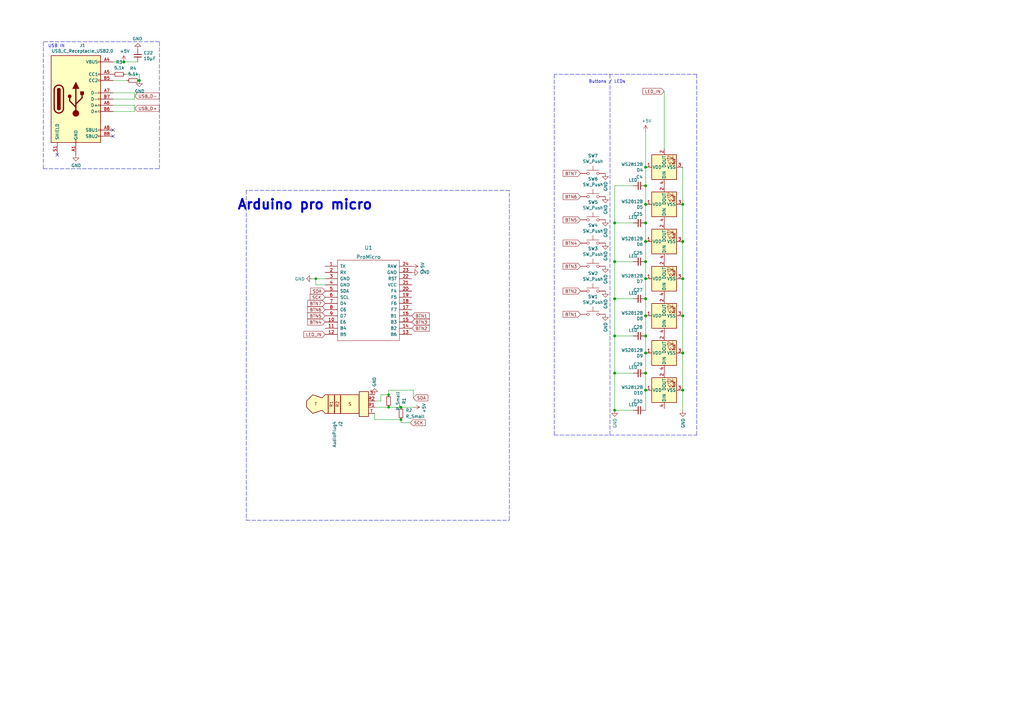
<source format=kicad_sch>
(kicad_sch (version 20211123) (generator eeschema)
  (paper "A3")
  (lib_symbols
    (symbol "Connector:AudioPlug4"
      (property "Reference" "J" (at 10.16 5.08 0))
      (property "Value" "AudioPlug4" (at 11.43 -7.62 0))
      (symbol "AudioPlug4_0_0"
        (text "R1" (at -2.54 -1.27 900) (effects (font (size 1.27 1.27))))
        (text "R2" (at 0 -1.27 900) (effects (font (size 1.27 1.27))))
        (text "S" (at 5.08 -1.27 0) (effects (font (size 1.27 1.27))))
        (text "T" (at -8.89 -1.27 0) (effects (font (size 1.27 1.27))))
      )
      (symbol "AudioPlug4_0_1"
        (rectangle (start -1.27 2.54) (end -3.81 -5.08) (stroke (width 0.254)) (fill (type background)))
        (polyline (pts (xy -3.81 2.54) (xy -5.08 2.54) (xy -6.35 1.27) (xy -10.16 2.54) (xy -12.7 0) (xy -12.7 -2.54) (xy -10.16 -5.08) (xy -6.35 -3.81) (xy -5.08 -5.08) (xy -3.81 -5.08) (xy -3.81 2.54)) (stroke (width 0.254)) (fill (type background)))
        (rectangle (start 1.27 2.54) (end -1.27 -5.08) (stroke (width 0.254)) (fill (type background)))
        (rectangle (start 1.27 2.54) (end 8.89 -5.08) (stroke (width 0.254)) (fill (type background)))
        (rectangle (start 12.7 3.81) (end 8.89 -6.35) (stroke (width 0.254)) (fill (type background)))
      )
      (symbol "AudioPlug4_1_1"
        (pin passive line (at 15.24 -2.54 180) (length 2.54) (name "~") (number "R1"))
        (pin passive line (at 15.24 0 180) (length 2.54) (name "~") (number "R2"))
        (pin passive line (at 15.24 2.54 180) (length 2.54) (name "~") (number "S"))
        (pin passive line (at 15.24 -5.08 180) (length 2.54) (name "~") (number "T"))
      )
    )
    (symbol "Device:C_Small" (pin_numbers hide) (pin_names (offset 0.254) hide)
      (property "Reference" "C" (at 0.254 1.778 0))
      (property "Value" "C_Small" (at 0.254 -2.032 0))
      (symbol "C_Small_0_1"
        (polyline (pts (xy -1.524 -0.508) (xy 1.524 -0.508)) (stroke (width 0.3302)))
        (polyline (pts (xy -1.524 0.508) (xy 1.524 0.508)) (stroke (width 0.3048)))
      )
      (symbol "C_Small_1_1"
        (pin passive line (at 0 2.54 270) (length 2.032) (name "~") (number "1"))
        (pin passive line (at 0 -2.54 90) (length 2.032) (name "~") (number "2"))
      )
    )
    (symbol "Device:R_Small" (pin_numbers hide) (pin_names (offset 0.254) hide)
      (property "Reference" "R" (at 0.762 0.508 0))
      (property "Value" "R_Small" (at 0.762 -1.016 0))
      (symbol "R_Small_0_1"
        (rectangle (start -0.762 1.778) (end 0.762 -1.778) (stroke (width 0.2032)))
      )
      (symbol "R_Small_1_1"
        (pin passive line (at 0 2.54 270) (length 0.762) (name "~") (number "1"))
        (pin passive line (at 0 -2.54 90) (length 0.762) (name "~") (number "2"))
      )
    )
    (symbol "LED:WS2812B" (pin_names (offset 0.254))
      (property "Reference" "D" (at 5.08 5.715 0))
      (property "Value" "WS2812B" (at 1.27 -5.715 0))
      (symbol "WS2812B_0_0"
        (text "RGB" (at 2.286 -4.191 0) (effects (font (size 0.762 0.762))))
      )
      (symbol "WS2812B_0_1"
        (polyline (pts (xy 1.27 -3.556) (xy 1.778 -3.556)))
        (polyline (pts (xy 1.27 -2.54) (xy 1.778 -2.54)))
        (polyline (pts (xy 4.699 -3.556) (xy 2.667 -3.556)))
        (polyline (pts (xy 2.286 -2.54) (xy 1.27 -3.556) (xy 1.27 -3.048)))
        (polyline (pts (xy 2.286 -1.524) (xy 1.27 -2.54) (xy 1.27 -2.032)))
        (polyline (pts (xy 3.683 -1.016) (xy 3.683 -3.556) (xy 3.683 -4.064)))
        (polyline (pts (xy 4.699 -1.524) (xy 2.667 -1.524) (xy 3.683 -3.556) (xy 4.699 -1.524)))
        (rectangle (start 5.08 5.08) (end -5.08 -5.08) (stroke (width 0.254)) (fill (type background)))
      )
      (symbol "WS2812B_1_1"
        (pin power_in line (at 0 7.62 270) (length 2.54) (name "VDD") (number "1"))
        (pin output line (at 7.62 0 180) (length 2.54) (name "DOUT") (number "2"))
        (pin power_in line (at 0 -7.62 90) (length 2.54) (name "VSS") (number "3"))
        (pin input line (at -7.62 0 0) (length 2.54) (name "DIN") (number "4"))
      )
    )
    (symbol "MyLib:USB_C_Receptacle_USB2.0" (pin_names (offset 1.016))
      (property "Reference" "J" (at -10.16 19.05 0))
      (property "Value" "USB_C_Receptacle_USB2.0" (at 19.05 19.05 0))
      (symbol "USB_C_Receptacle_USB2.0_0_0"
        (rectangle (start -0.254 -17.78) (end 0.254 -16.764))
        (rectangle (start 10.16 -14.986) (end 9.144 -15.494))
        (rectangle (start 10.16 -12.446) (end 9.144 -12.954))
        (rectangle (start 10.16 -4.826) (end 9.144 -5.334))
        (rectangle (start 10.16 -2.286) (end 9.144 -2.794))
        (rectangle (start 10.16 0.254) (end 9.144 -0.254))
        (rectangle (start 10.16 2.794) (end 9.144 2.286))
        (rectangle (start 10.16 7.874) (end 9.144 7.366))
        (rectangle (start 10.16 10.414) (end 9.144 9.906))
        (rectangle (start 10.16 15.494) (end 9.144 14.986))
      )
      (symbol "USB_C_Receptacle_USB2.0_0_1"
        (rectangle (start -10.16 17.78) (end 10.16 -17.78) (stroke (width 0.254)) (fill (type background)))
        (arc (start -8.89 -3.81) (mid -6.985 -5.715) (end -5.08 -3.81) (stroke (width 0.508)))
        (arc (start -7.62 -3.81) (mid -6.985 -4.445) (end -6.35 -3.81) (stroke (width 0.254)))
        (arc (start -7.62 -3.81) (mid -6.985 -4.445) (end -6.35 -3.81) (stroke (width 0.254)) (fill (type outline)))
        (rectangle (start -7.62 -3.81) (end -6.35 3.81) (stroke (width 0.254)) (fill (type outline)))
        (arc (start -6.35 3.81) (mid -6.985 4.445) (end -7.62 3.81) (stroke (width 0.254)))
        (arc (start -6.35 3.81) (mid -6.985 4.445) (end -7.62 3.81) (stroke (width 0.254)) (fill (type outline)))
        (arc (start -5.08 3.81) (mid -6.985 5.715) (end -8.89 3.81) (stroke (width 0.508)))
        (circle (center -2.54 1.143) (radius 0.635) (stroke (width 0.254)) (fill (type outline)))
        (circle (center 0 -5.842) (radius 1.27) (fill (type outline)))
        (polyline (pts (xy -8.89 -3.81) (xy -8.89 3.81)) (stroke (width 0.508)))
        (polyline (pts (xy -5.08 3.81) (xy -5.08 -3.81)) (stroke (width 0.508)))
        (polyline (pts (xy 0 -5.842) (xy 0 4.318)) (stroke (width 0.508)))
        (polyline (pts (xy 0 -3.302) (xy -2.54 -0.762) (xy -2.54 0.508)) (stroke (width 0.508)))
        (polyline (pts (xy 0 -2.032) (xy 2.54 0.508) (xy 2.54 1.778)) (stroke (width 0.508)))
        (polyline (pts (xy -1.27 4.318) (xy 0 6.858) (xy 1.27 4.318) (xy -1.27 4.318)) (stroke (width 0.254)) (fill (type outline)))
        (rectangle (start 1.905 1.778) (end 3.175 3.048) (stroke (width 0.254)) (fill (type outline)))
      )
      (symbol "USB_C_Receptacle_USB2.0_1_1"
        (pin power_out line (at 0 -22.86 90) (length 5.08) (name "GND") (number "A1"))
        (pin power_out line (at 15.24 15.24 180) (length 5.08) (name "VBUS") (number "A4"))
        (pin bidirectional line (at 15.24 10.16 180) (length 5.08) (name "CC1") (number "A5"))
        (pin bidirectional line (at 15.24 -2.54 180) (length 5.08) (name "D+") (number "A6"))
        (pin bidirectional line (at 15.24 2.54 180) (length 5.08) (name "D-") (number "A7"))
        (pin bidirectional line (at 15.24 -12.7 180) (length 5.08) (name "SBU1") (number "A8"))
        (pin bidirectional line (at 15.24 7.62 180) (length 5.08) (name "CC2") (number "B5"))
        (pin bidirectional line (at 15.24 -5.08 180) (length 5.08) (name "D+") (number "B6"))
        (pin bidirectional line (at 15.24 0 180) (length 5.08) (name "D-") (number "B7"))
        (pin bidirectional line (at 15.24 -15.24 180) (length 5.08) (name "SBU2") (number "B8"))
        (pin passive line (at -7.62 -22.86 90) (length 5.08) (name "SHIELD") (number "S1"))
      )
    )
    (symbol "Switch:SW_Push" (pin_numbers hide) (pin_names (offset 1.016) hide)
      (property "Reference" "SW" (at 1.27 2.54 0))
      (property "Value" "SW_Push" (at 0 -1.524 0))
      (symbol "SW_Push_0_1"
        (circle (center -2.032 0) (radius 0.508))
        (polyline (pts (xy 0 1.27) (xy 0 3.048)))
        (polyline (pts (xy 2.54 1.27) (xy -2.54 1.27)))
        (circle (center 2.032 0) (radius 0.508))
        (pin passive line (at -5.08 0 0) (length 2.54) (name "1") (number "1"))
        (pin passive line (at 5.08 0 180) (length 2.54) (name "2") (number "2"))
      )
    )
    (symbol "power:+5V" (power) (pin_names (offset 0))
      (property "Value" "+5V" (at 0 3.556 0))
      (symbol "+5V_0_1"
        (polyline (pts (xy -0.762 1.27) (xy 0 2.54)))
        (polyline (pts (xy 0 0) (xy 0 2.54)))
        (polyline (pts (xy 0 2.54) (xy 0.762 1.27)))
      )
      (symbol "+5V_1_1"
        (pin power_in line (at 0 0 90) (length 0) hide (name "+5V") (number "1"))
      )
    )
    (symbol "power:GND" (power) (pin_names (offset 0))
      (property "Value" "GND" (at 0 -3.81 0))
      (symbol "GND_0_1"
        (polyline (pts (xy 0 0) (xy 0 -1.27) (xy 1.27 -1.27) (xy 0 -2.54) (xy -1.27 -1.27) (xy 0 -1.27)))
      )
      (symbol "GND_1_1"
        (pin power_in line (at 0 0 270) (length 0) hide (name "GND") (number "1"))
      )
    )
    (symbol "promicro:ProMicro" (pin_names (offset 1.016))
      (property "Reference" "U" (at 0 24.13 0))
      (property "Value" "ProMicro" (at 0 -13.97 0))
      (symbol "ProMicro_0_1"
        (rectangle (start -12.7 21.59) (end 12.7 -11.43))
      )
      (symbol "ProMicro_1_1"
        (pin bidirectional line (at -17.78 19.05 0) (length 5.08) (name "TX") (number "1"))
        (pin bidirectional line (at -17.78 -3.81 0) (length 5.08) (name "E6") (number "10"))
        (pin bidirectional line (at -17.78 -6.35 0) (length 5.08) (name "B4") (number "11"))
        (pin bidirectional line (at -17.78 -8.89 0) (length 5.08) (name "B5") (number "12"))
        (pin bidirectional line (at 17.78 -8.89 180) (length 5.08) (name "B6") (number "13"))
        (pin bidirectional line (at 17.78 -6.35 180) (length 5.08) (name "B2") (number "14"))
        (pin bidirectional line (at 17.78 -3.81 180) (length 5.08) (name "B3") (number "15"))
        (pin bidirectional line (at 17.78 -1.27 180) (length 5.08) (name "B1") (number "16"))
        (pin bidirectional line (at 17.78 1.27 180) (length 5.08) (name "F7") (number "17"))
        (pin bidirectional line (at 17.78 3.81 180) (length 5.08) (name "F6") (number "18"))
        (pin bidirectional line (at 17.78 6.35 180) (length 5.08) (name "F5") (number "19"))
        (pin bidirectional line (at -17.78 16.51 0) (length 5.08) (name "RX") (number "2"))
        (pin bidirectional line (at 17.78 8.89 180) (length 5.08) (name "F4") (number "20"))
        (pin power_in line (at 17.78 11.43 180) (length 5.08) (name "VCC") (number "21"))
        (pin input line (at 17.78 13.97 180) (length 5.08) (name "RST") (number "22"))
        (pin power_in line (at 17.78 16.51 180) (length 5.08) (name "GND") (number "23"))
        (pin power_out line (at 17.78 19.05 180) (length 5.08) (name "RAW") (number "24"))
        (pin power_in line (at -17.78 13.97 0) (length 5.08) (name "GND") (number "3"))
        (pin power_in line (at -17.78 11.43 0) (length 5.08) (name "GND") (number "4"))
        (pin bidirectional line (at -17.78 8.89 0) (length 5.08) (name "SDA") (number "5"))
        (pin bidirectional line (at -17.78 6.35 0) (length 5.08) (name "SCL") (number "6"))
        (pin bidirectional line (at -17.78 3.81 0) (length 5.08) (name "D4") (number "7"))
        (pin bidirectional line (at -17.78 1.27 0) (length 5.08) (name "C6") (number "8"))
        (pin bidirectional line (at -17.78 -1.27 0) (length 5.08) (name "D7") (number "9"))
      )
    )
  )
  (junction (at 264.795 122.555) (diameter 1.016))
  (junction (at 264.795 160.02) (diameter 1.016))
  (junction (at 252.095 122.555) (diameter 1.016))
  (junction (at 280.035 144.78) (diameter 1.016))
  (junction (at 264.795 153.035) (diameter 1.016))
  (junction (at 164.465 172.085))
  (junction (at 280.035 160.02) (diameter 1.016))
  (junction (at 264.795 68.58) (diameter 1.016))
  (junction (at 164.465 167.005))
  (junction (at 264.795 144.78) (diameter 1.016))
  (junction (at 252.095 153.035) (diameter 1.016))
  (junction (at 252.095 137.795) (diameter 1.016))
  (junction (at 264.795 76.2) (diameter 1.016))
  (junction (at 264.795 91.44) (diameter 1.016))
  (junction (at 280.035 99.06) (diameter 1.016))
  (junction (at 159.385 167.005))
  (junction (at 50.8 25.4) (diameter 1.016))
  (junction (at 57.15 33.02) (diameter 1.016))
  (junction (at 159.385 161.925))
  (junction (at 264.795 83.82) (diameter 1.016))
  (junction (at 264.795 114.3) (diameter 1.016))
  (junction (at 264.795 137.795) (diameter 1.016))
  (junction (at 264.795 129.54) (diameter 1.016))
  (junction (at 264.795 99.06) (diameter 1.016))
  (junction (at 280.035 129.54) (diameter 1.016))
  (junction (at 280.035 83.82) (diameter 1.016))
  (junction (at 252.095 168.275) (diameter 1.016))
  (junction (at 280.035 114.3) (diameter 1.016))
  (junction (at 252.095 91.44) (diameter 1.016))
  (junction (at 252.095 107.315) (diameter 1.016))
  (junction (at 264.795 107.315) (diameter 1.016))
  (junction (at 129.54 114.3))
  (no_connect (at 23.495 63.5))
  (no_connect (at 46.355 53.34))
  (no_connect (at 46.355 55.88))
  (wire (pts (xy 159.385 160.02) (xy 159.385 161.925)))
  (polyline (pts (xy 250.19 30.48) (xy 250.19 178.435)) (stroke (width 0) (type dash)))
  (wire (pts (xy 259.715 122.555) (xy 252.095 122.555)))
  (wire (pts (xy 46.355 43.18) (xy 55.245 43.18)))
  (wire (pts (xy 153.67 172.085) (xy 153.67 169.545)))
  (wire (pts (xy 55.245 43.18) (xy 55.245 45.72)))
  (wire (pts (xy 129.54 114.3) (xy 133.35 114.3)))
  (wire (pts (xy 252.095 168.275) (xy 259.715 168.275)))
  (wire (pts (xy 46.355 40.64) (xy 55.245 40.64)))
  (wire (pts (xy 280.035 114.3) (xy 280.035 129.54)))
  (wire (pts (xy 259.715 91.44) (xy 252.095 91.44)))
  (wire (pts (xy 280.035 99.06) (xy 280.035 114.3)))
  (wire (pts (xy 280.035 160.02) (xy 280.035 168.275)))
  (wire (pts (xy 55.245 38.1) (xy 55.245 40.64)))
  (wire (pts (xy 252.095 91.44) (xy 252.095 76.2)))
  (wire (pts (xy 252.095 107.315) (xy 252.095 91.44)))
  (wire (pts (xy 252.095 122.555) (xy 252.095 107.315)))
  (wire (pts (xy 252.095 137.795) (xy 252.095 122.555)))
  (wire (pts (xy 252.095 153.035) (xy 252.095 137.795)))
  (wire (pts (xy 259.715 153.035) (xy 252.095 153.035)))
  (wire (pts (xy 128.27 114.3) (xy 129.54 114.3)))
  (wire (pts (xy 264.795 129.54) (xy 264.795 137.795)))
  (wire (pts (xy 264.795 137.795) (xy 264.795 144.78)))
  (polyline (pts (xy 65.405 17.145) (xy 17.78 17.145)) (stroke (width 0) (type dash)))
  (wire (pts (xy 252.095 153.035) (xy 252.095 168.275)))
  (wire (pts (xy 164.465 167.005) (xy 169.545 167.005)))
  (polyline (pts (xy 100.965 78.105) (xy 100.965 213.36)) (stroke (width 0) (type dash)))
  (polyline (pts (xy 100.965 213.36) (xy 208.915 213.36)) (stroke (width 0) (type dash)))
  (polyline (pts (xy 208.915 78.105) (xy 100.965 78.105)) (stroke (width 0) (type dash)))
  (polyline (pts (xy 208.915 213.36) (xy 208.915 78.105)) (stroke (width 0) (type dash)))
  (wire (pts (xy 169.545 160.02) (xy 159.385 160.02)))
  (wire (pts (xy 129.54 116.84) (xy 129.54 114.3)))
  (wire (pts (xy 156.21 164.465) (xy 156.21 161.925)))
  (polyline (pts (xy 65.405 69.215) (xy 65.405 17.145)) (stroke (width 0) (type dash)))
  (wire (pts (xy 153.67 164.465) (xy 156.21 164.465)))
  (wire (pts (xy 169.545 163.195) (xy 169.545 160.02)))
  (wire (pts (xy 280.035 68.58) (xy 280.035 83.82)))
  (wire (pts (xy 57.15 30.48) (xy 57.15 33.02)))
  (wire (pts (xy 264.795 144.78) (xy 264.795 153.035)))
  (wire (pts (xy 264.795 153.035) (xy 264.795 160.02)))
  (polyline (pts (xy 17.78 17.145) (xy 17.78 69.215)) (stroke (width 0) (type dash)))
  (wire (pts (xy 280.035 144.78) (xy 280.035 160.02)))
  (wire (pts (xy 259.715 76.2) (xy 252.095 76.2)))
  (wire (pts (xy 164.465 173.355) (xy 164.465 172.085)))
  (wire (pts (xy 264.795 53.975) (xy 264.795 68.58)))
  (wire (pts (xy 264.795 68.58) (xy 264.795 76.2)))
  (wire (pts (xy 264.795 76.2) (xy 264.795 83.82)))
  (wire (pts (xy 264.795 83.82) (xy 264.795 91.44)))
  (wire (pts (xy 264.795 91.44) (xy 264.795 99.06)))
  (wire (pts (xy 46.355 45.72) (xy 55.245 45.72)))
  (wire (pts (xy 272.415 37.465) (xy 272.415 60.96)))
  (wire (pts (xy 156.21 161.925) (xy 159.385 161.925)))
  (wire (pts (xy 46.355 25.4) (xy 50.8 25.4)))
  (wire (pts (xy 264.795 99.06) (xy 264.795 107.315)))
  (wire (pts (xy 264.795 107.315) (xy 264.795 114.3)))
  (wire (pts (xy 264.795 114.3) (xy 264.795 122.555)))
  (wire (pts (xy 264.795 122.555) (xy 264.795 129.54)))
  (wire (pts (xy 280.035 129.54) (xy 280.035 144.78)))
  (wire (pts (xy 280.035 83.82) (xy 280.035 99.06)))
  (wire (pts (xy 153.67 167.005) (xy 159.385 167.005)))
  (polyline (pts (xy 227.33 30.48) (xy 227.33 178.435)) (stroke (width 0) (type dash)))
  (polyline (pts (xy 227.33 178.435) (xy 285.75 178.435)) (stroke (width 0) (type dash)))
  (polyline (pts (xy 285.75 30.48) (xy 227.33 30.48)) (stroke (width 0) (type dash)))
  (polyline (pts (xy 285.75 178.435) (xy 285.75 30.48)) (stroke (width 0) (type dash)))
  (wire (pts (xy 259.715 107.315) (xy 252.095 107.315)))
  (wire (pts (xy 259.715 137.795) (xy 252.095 137.795)))
  (wire (pts (xy 51.435 30.48) (xy 57.15 30.48)))
  (polyline (pts (xy 17.78 69.215) (xy 65.405 69.215)) (stroke (width 0) (type dash)))
  (wire (pts (xy 168.275 173.355) (xy 164.465 173.355)))
  (wire (pts (xy 164.465 172.085) (xy 153.67 172.085)))
  (wire (pts (xy 159.385 167.005) (xy 164.465 167.005)))
  (wire (pts (xy 133.35 116.84) (xy 129.54 116.84)))
  (wire (pts (xy 50.8 25.4) (xy 56.515 25.4)))
  (wire (pts (xy 46.355 38.1) (xy 55.245 38.1)))
  (wire (pts (xy 46.355 33.02) (xy 52.07 33.02)))
  (wire (pts (xy 264.795 160.02) (xy 264.795 168.275)))
  (text "USB IN" (at 19.685 19.685 0) (effects (font (size 1.27 1.27)) (justify left bottom)))
  (text "Buttons / LEDs" (at 256.54 34.29 180) (effects (font (size 1.27 1.27)) (justify right bottom)))
  (text "Arduino pro micro" (at 153.035 86.36 180) (effects (font (size 4 4) (thickness 0.8) bold) (justify right bottom)))
  (global_label "LED_IN" (shape input) (at 133.35 137.16 180) (property "Intersheet References" "${INTERSHEET_REFS}" (effects hide)))
  (global_label "USB_D-" (shape input) (at 55.245 39.37 0) (property "Intersheet References" "${INTERSHEET_REFS}" (effects hide)))
  (global_label "BTN6" (shape input) (at 238.125 80.645 180) (property "Intersheet References" "${INTERSHEET_REFS}" (effects hide)))
  (global_label "LED_IN" (shape input) (at 272.415 37.465 180) (property "Intersheet References" "${INTERSHEET_REFS}" (effects hide)))
  (global_label "SDA" (shape input) (at 133.35 119.38 180) (property "Intersheet References" "${INTERSHEET_REFS}" (effects hide)))
  (global_label "SCK" (shape input) (at 133.35 121.92 180) (property "Intersheet References" "${INTERSHEET_REFS}" (effects hide)))
  (global_label "BTN7" (shape input) (at 238.125 71.12 180) (property "Intersheet References" "${INTERSHEET_REFS}" (effects hide)))
  (global_label "SDA" (shape input) (at 169.545 163.195 0) (property "Intersheet References" "${INTERSHEET_REFS}" (effects hide)))
  (global_label "SCK" (shape input) (at 168.275 173.355 0) (property "Intersheet References" "${INTERSHEET_REFS}" (effects hide)))
  (global_label "BTN6" (shape input) (at 133.35 127 180) (property "Intersheet References" "${INTERSHEET_REFS}" (effects hide)))
  (global_label "BTN4" (shape input) (at 133.35 132.08 180) (property "Intersheet References" "${INTERSHEET_REFS}" (effects hide)))
  (global_label "BTN1" (shape input) (at 238.125 128.905 180) (property "Intersheet References" "${INTERSHEET_REFS}" (effects hide)))
  (global_label "BTN5" (shape input) (at 133.35 129.54 180) (property "Intersheet References" "${INTERSHEET_REFS}" (effects hide)))
  (global_label "BTN4" (shape input) (at 238.125 99.695 180) (property "Intersheet References" "${INTERSHEET_REFS}" (effects hide)))
  (global_label "USB_D+" (shape input) (at 55.245 44.45 0) (property "Intersheet References" "${INTERSHEET_REFS}" (effects hide)))
  (global_label "BTN1" (shape input) (at 168.91 129.54 0) (property "Intersheet References" "${INTERSHEET_REFS}" (effects hide)))
  (global_label "BTN7" (shape input) (at 133.35 124.46 180) (property "Intersheet References" "${INTERSHEET_REFS}" (effects hide)))
  (global_label "BTN5" (shape input) (at 238.125 90.17 180) (property "Intersheet References" "${INTERSHEET_REFS}" (effects hide)))
  (global_label "BTN3" (shape input) (at 238.125 109.22 180) (property "Intersheet References" "${INTERSHEET_REFS}" (effects hide)))
  (global_label "BTN2" (shape input) (at 238.125 119.38 180) (property "Intersheet References" "${INTERSHEET_REFS}" (effects hide)))
  (global_label "BTN2" (shape input) (at 168.91 134.62 0) (property "Intersheet References" "${INTERSHEET_REFS}" (effects hide)))
  (global_label "BTN3" (shape input) (at 168.91 132.08 0) (property "Intersheet References" "${INTERSHEET_REFS}" (effects hide)))
  (symbol (lib_id "MyLib:USB_C_Receptacle_USB2.0") (at 31.115 40.64 0) (unit 1)
    (property "Reference" "J1" (at 33.8328 18.6182 0))
    (property "Value" "USB_C_Receptacle_USB2.0" (at 33.8328 20.9296 0))
    (property "Footprint" "SamacSys_Parts:SS52400002" (effects hide))
    (property "Datasheet" "https://www.usb.org/sites/default/files/documents/usb_type-c.zip" (effects hide))
  )
  (symbol (lib_id "Device:C_Small") (at 56.515 22.86 180) (unit 1)
    (property "Reference" "C22" (at 58.8518 21.6916 0) (effects (justify right)))
    (property "Value" "10µF" (at 58.8518 24.003 0) (effects (justify right)))
    (property "Footprint" "Capacitor_SMD:C_0805_2012Metric_Pad1.18x1.45mm_HandSolder" (effects hide))
  )
  (symbol (lib_id "power:GND") (at 56.515 20.32 180) (unit 1)
    (property "Reference" "#PWR08" (effects hide))
    (property "Value" "GND" (at 56.388 15.9258 0))
  )
  (symbol (lib_id "power:+5V") (at 50.8 25.4 0) (unit 1)
    (property "Reference" "#PWR07" (effects hide))
    (property "Value" "+5V" (at 51.181 21.0058 0))
  )
  (symbol (lib_id "power:GND") (at 31.115 63.5 0) (unit 1)
    (property "Reference" "#PWR03" (effects hide))
    (property "Value" "GND" (at 31.242 67.8942 0))
  )
  (symbol (lib_id "Device:R_Small") (at 48.895 30.48 90) (unit 1)
    (property "Reference" "R3" (at 48.895 25.5016 90))
    (property "Value" "5.1k" (at 48.895 27.813 90))
    (property "Footprint" "Resistor_SMD:R_0603_1608Metric_Pad0.98x0.95mm_HandSolder" (effects hide))
  )
  (symbol (lib_id "Device:R_Small") (at 54.61 33.02 90) (unit 1)
    (property "Reference" "R4" (at 54.61 28.0416 90))
    (property "Value" "5.1k" (at 54.61 30.353 90))
    (property "Footprint" "Resistor_SMD:R_0603_1608Metric_Pad0.98x0.95mm_HandSolder" (effects hide))
  )
  (symbol (lib_id "power:GND") (at 57.15 33.02 0) (unit 1)
    (property "Reference" "#PWR09" (effects hide))
    (property "Value" "GND" (at 57.277 37.4142 0))
  )
  (symbol (lib_id "Switch:SW_Push") (at 243.205 90.17 0) (unit 1)
    (property "Reference" "SW5" (at 243.205 82.931 0))
    (property "Value" "SW_Push" (at 243.205 85.2424 0))
    (property "Footprint" "schematic:SW_PG1350" (effects hide))
  )
  (symbol (lib_id "Switch:SW_Push") (at 243.205 99.695 0) (unit 1)
    (property "Reference" "SW4" (at 243.205 92.456 0))
    (property "Value" "SW_Push" (at 243.205 94.7674 0))
    (property "Footprint" "schematic:SW_PG1350" (effects hide))
  )
  (symbol (lib_id "Switch:SW_Push") (at 243.205 109.22 0) (unit 1)
    (property "Reference" "SW3" (at 243.205 101.981 0))
    (property "Value" "SW_Push" (at 243.205 104.2924 0))
    (property "Footprint" "schematic:SW_PG1350" (effects hide))
  )
  (symbol (lib_id "Switch:SW_Push") (at 243.205 119.38 0) (unit 1)
    (property "Reference" "SW2" (at 243.205 112.141 0))
    (property "Value" "SW_Push" (at 243.205 114.4524 0))
    (property "Footprint" "schematic:SW_PG1350" (effects hide))
  )
  (symbol (lib_id "Switch:SW_Push") (at 243.205 128.905 0) (unit 1)
    (property "Reference" "SW1" (at 243.205 121.666 0))
    (property "Value" "SW_Push" (at 243.205 123.9774 0))
    (property "Footprint" "schematic:SW_PG1350" (effects hide))
  )
  (symbol (lib_id "LED:WS2812B") (at 272.415 114.3 90) (unit 1)
    (property "Reference" "D7" (at 263.7789 115.4494 90) (effects (justify left)))
    (property "Value" "WS2812B" (at 263.7789 113.1507 90) (effects (justify left)))
    (property "Footprint" "LED_SMD:LED_WS2812B_PLCC4_2.2x2.2mm" (effects hide))
    (property "Datasheet" "https://cdn-shop.adafruit.com/datasheets/WS2812B.pdf" (effects hide))
  )
  (symbol (lib_id "power:GND") (at 252.095 168.275 0) (unit 1)
    (property "Reference" "#PWR0108" (effects hide))
    (property "Value" "GND" (at 252.222 171.5262 90) (effects (justify right)))
  )
  (symbol (lib_id "Device:C_Small") (at 262.255 137.795 270) (unit 1)
    (property "Reference" "C28" (at 263.627 134.188 90) (effects (justify right)))
    (property "Value" "LED" (at 261.493 135.458 90) (effects (justify right)))
    (property "Footprint" "Capacitor_SMD:C_0603_1608Metric_Pad1.08x0.95mm_HandSolder" (effects hide))
  )
  (symbol (lib_id "Device:C_Small") (at 262.255 153.035 270) (unit 1)
    (property "Reference" "C29" (at 263.627 149.428 90) (effects (justify right)))
    (property "Value" "LED" (at 261.493 150.698 90) (effects (justify right)))
    (property "Footprint" "Capacitor_SMD:C_0603_1608Metric_Pad1.08x0.95mm_HandSolder" (effects hide))
  )
  (symbol (lib_id "power:GND") (at 128.27 114.3 270) (unit 1)
    (property "Reference" "#PWR0110" (effects hide))
    (property "Value" "GND" (at 125.0188 114.427 90) (effects (justify right)))
  )
  (symbol (lib_id "LED:WS2812B") (at 272.415 129.54 90) (unit 1)
    (property "Reference" "D8" (at 263.7789 130.6894 90) (effects (justify left)))
    (property "Value" "WS2812B" (at 263.7789 128.3907 90) (effects (justify left)))
    (property "Footprint" "LED_SMD:LED_WS2812B_PLCC4_2.2x2.2mm" (effects hide))
    (property "Datasheet" "https://cdn-shop.adafruit.com/datasheets/WS2812B.pdf" (effects hide))
  )
  (symbol (lib_id "Connector:AudioPlug4") (at 138.43 164.465 0) (unit 1)
    (property "Reference" "J2" (at 139.7001 172.72 90) (effects (justify right)))
    (property "Value" "AudioPlug4" (at 137.1601 172.72 90) (effects (justify right)))
    (property "Footprint" "Connector_Audio:Jack_3.5mm_PJ320D_Horizontal" (effects hide))
  )
  (symbol (lib_id "promicro:ProMicro") (at 151.13 128.27 0) (unit 1)
    (property "Reference" "U1" (at 151.13 101.6 0) (effects (font (size 1.524 1.524))))
    (property "Value" "ProMicro" (at 151.13 105.41 0) (effects (font (size 1.524 1.524))))
    (property "Footprint" "promicro:ProMicro" (effects hide))
  )
  (symbol (lib_id "power:GND") (at 248.285 71.12 0) (unit 1)
    (property "Reference" "#PWR0104" (effects hide))
    (property "Value" "GND" (at 248.412 74.3712 90) (effects (justify right)))
  )
  (symbol (lib_id "Device:C_Small") (at 262.255 107.315 270) (unit 1)
    (property "Reference" "C26" (at 263.627 103.708 90) (effects (justify right)))
    (property "Value" "LED" (at 261.493 104.978 90) (effects (justify right)))
    (property "Footprint" "Capacitor_SMD:C_0603_1608Metric_Pad1.08x0.95mm_HandSolder" (effects hide))
  )
  (symbol (lib_id "power:GND") (at 248.285 99.695 0) (unit 1)
    (property "Reference" "#PWR0106" (effects hide))
    (property "Value" "GND" (at 248.412 102.9462 90) (effects (justify right)))
  )
  (symbol (lib_id "Device:C_Small") (at 262.255 76.2 270) (unit 1)
    (property "Reference" "C4" (at 263.627 72.593 90) (effects (justify right)))
    (property "Value" "LED" (at 261.493 73.863 90) (effects (justify right)))
    (property "Footprint" "Capacitor_SMD:C_0603_1608Metric_Pad1.08x0.95mm_HandSolder" (effects hide))
  )
  (symbol (lib_id "LED:WS2812B") (at 272.415 99.06 90) (unit 1)
    (property "Reference" "D6" (at 263.7789 100.2094 90) (effects (justify left)))
    (property "Value" "WS2812B" (at 263.7789 97.9107 90) (effects (justify left)))
    (property "Footprint" "LED_SMD:LED_WS2812B_PLCC4_2.2x2.2mm" (effects hide))
    (property "Datasheet" "https://cdn-shop.adafruit.com/datasheets/WS2812B.pdf" (effects hide))
  )
  (symbol (lib_id "power:+5V") (at 264.795 53.975 0) (unit 1)
    (property "Reference" "#PWR0101" (effects hide))
    (property "Value" "+5V" (at 265.176 49.5808 0))
  )
  (symbol (lib_id "power:GND") (at 248.285 80.645 0) (unit 1)
    (property "Reference" "#PWR0102" (effects hide))
    (property "Value" "GND" (at 248.412 83.8962 90) (effects (justify right)))
  )
  (symbol (lib_id "power:GND") (at 248.285 109.22 0) (unit 1)
    (property "Reference" "#PWR0105" (effects hide))
    (property "Value" "GND" (at 248.412 112.4712 90) (effects (justify right)))
  )
  (symbol (lib_id "Device:C_Small") (at 262.255 91.44 270) (unit 1)
    (property "Reference" "C25" (at 263.627 87.833 90) (effects (justify right)))
    (property "Value" "LED" (at 261.493 89.103 90) (effects (justify right)))
    (property "Footprint" "Capacitor_SMD:C_0603_1608Metric_Pad1.08x0.95mm_HandSolder" (effects hide))
  )
  (symbol (lib_id "power:GND") (at 248.285 128.905 0) (unit 1)
    (property "Reference" "#PWR030" (effects hide))
    (property "Value" "GND" (at 248.412 132.1562 90) (effects (justify right)))
  )
  (symbol (lib_id "power:GND") (at 153.67 161.925 180) (unit 1)
    (property "Reference" "#PWR0111" (effects hide))
    (property "Value" "GND" (at 153.543 158.6738 90) (effects (justify right)))
  )
  (symbol (lib_id "power:GND") (at 248.285 119.38 0) (unit 1)
    (property "Reference" "#PWR0107" (effects hide))
    (property "Value" "GND" (at 248.412 122.6312 90) (effects (justify right)))
  )
  (symbol (lib_id "Switch:SW_Push") (at 243.205 80.645 0) (unit 1)
    (property "Reference" "SW6" (at 243.205 73.406 0))
    (property "Value" "SW_Push" (at 243.205 75.7174 0))
    (property "Footprint" "schematic:SW_PG1350" (effects hide))
  )
  (symbol (lib_id "Device:R_Small") (at 159.385 164.465 180) (unit 1)
    (property "Reference" "R1" (at 165.735 164.465 90))
    (property "Value" "R_Small" (at 163.195 164.465 90))
    (property "Footprint" "Resistor_SMD:R_0603_1608Metric_Pad0.98x0.95mm_HandSolder" (effects hide))
  )
  (symbol (lib_id "Device:C_Small") (at 262.255 122.555 270) (unit 1)
    (property "Reference" "C27" (at 263.627 118.948 90) (effects (justify right)))
    (property "Value" "LED" (at 261.493 120.218 90) (effects (justify right)))
    (property "Footprint" "Capacitor_SMD:C_0603_1608Metric_Pad1.08x0.95mm_HandSolder" (effects hide))
  )
  (symbol (lib_id "LED:WS2812B") (at 272.415 144.78 90) (unit 1)
    (property "Reference" "D9" (at 263.7789 145.9294 90) (effects (justify left)))
    (property "Value" "WS2812B" (at 263.7789 143.6307 90) (effects (justify left)))
    (property "Footprint" "LED_SMD:LED_WS2812B_PLCC4_2.2x2.2mm" (effects hide))
    (property "Datasheet" "https://cdn-shop.adafruit.com/datasheets/WS2812B.pdf" (effects hide))
  )
  (symbol (lib_id "power:+5V") (at 168.91 109.22 270) (unit 1)
    (property "Reference" "#PWR0113" (effects hide))
    (property "Value" "+5V" (at 173.3042 109.601 0))
  )
  (symbol (lib_id "LED:WS2812B") (at 272.415 83.82 90) (unit 1)
    (property "Reference" "D5" (at 263.7789 84.9694 90) (effects (justify left)))
    (property "Value" "WS2812B" (at 263.7789 82.6707 90) (effects (justify left)))
    (property "Footprint" "LED_SMD:LED_WS2812B_PLCC4_2.2x2.2mm" (effects hide))
    (property "Datasheet" "https://cdn-shop.adafruit.com/datasheets/WS2812B.pdf" (effects hide))
  )
  (symbol (lib_id "power:GND") (at 280.035 168.275 0) (unit 1)
    (property "Reference" "#PWR0109" (effects hide))
    (property "Value" "GND" (at 280.162 171.5262 90) (effects (justify right)))
  )
  (symbol (lib_id "Device:C_Small") (at 262.255 168.275 270) (unit 1)
    (property "Reference" "C30" (at 263.627 164.668 90) (effects (justify right)))
    (property "Value" "LED" (at 261.493 165.938 90) (effects (justify right)))
    (property "Footprint" "Capacitor_SMD:C_0603_1608Metric_Pad1.08x0.95mm_HandSolder" (effects hide))
  )
  (symbol (lib_id "Device:R_Small") (at 164.465 169.545 180) (unit 1)
    (property "Reference" "R2" (at 166.37 168.2749 0) (effects (justify right)))
    (property "Value" "R_Small" (at 166.37 170.8149 0) (effects (justify right)))
    (property "Footprint" "Resistor_SMD:R_0603_1608Metric_Pad0.98x0.95mm_HandSolder" (effects hide))
  )
  (symbol (lib_id "power:+5V") (at 169.545 167.005 270) (unit 1)
    (property "Reference" "#PWR0114" (effects hide))
    (property "Value" "+5V" (at 173.9392 167.386 0))
  )
  (symbol (lib_id "Switch:SW_Push") (at 243.205 71.12 0) (unit 1)
    (property "Reference" "SW7" (at 243.205 63.881 0))
    (property "Value" "SW_Push" (at 243.205 66.1924 0))
    (property "Footprint" "schematic:SW_PG1350" (effects hide))
  )
  (symbol (lib_id "LED:WS2812B") (at 272.415 68.58 90) (unit 1)
    (property "Reference" "D4" (at 263.7789 69.7294 90) (effects (justify left)))
    (property "Value" "WS2812B" (at 263.7789 67.4307 90) (effects (justify left)))
    (property "Footprint" "LED_SMD:LED_WS2812B_PLCC4_2.2x2.2mm" (effects hide))
    (property "Datasheet" "https://cdn-shop.adafruit.com/datasheets/WS2812B.pdf" (effects hide))
  )
  (symbol (lib_id "LED:WS2812B") (at 272.415 160.02 90) (unit 1)
    (property "Reference" "D10" (at 263.7789 161.1694 90) (effects (justify left)))
    (property "Value" "WS2812B" (at 263.7789 158.8707 90) (effects (justify left)))
    (property "Footprint" "LED_SMD:LED_WS2812B_PLCC4_2.2x2.2mm" (effects hide))
    (property "Datasheet" "https://cdn-shop.adafruit.com/datasheets/WS2812B.pdf" (effects hide))
  )
  (symbol (lib_id "power:GND") (at 248.285 90.17 0) (unit 1)
    (property "Reference" "#PWR0103" (effects hide))
    (property "Value" "GND" (at 248.412 93.4212 90) (effects (justify right)))
  )
  (symbol (lib_id "power:GND") (at 168.91 111.76 90) (unit 1)
    (property "Reference" "#PWR0112" (effects hide))
    (property "Value" "GND" (at 172.1612 111.633 90) (effects (justify right)))
  )
)
</source>
